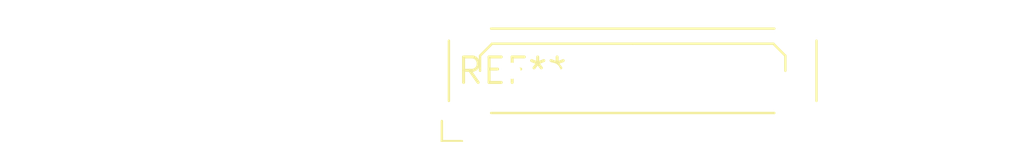
<source format=kicad_pcb>
(kicad_pcb (version 20240108) (generator pcbnew)
  (layers (0 "F.Cu" signal) (31 "B.Cu" signal) (34 "B.Paste" user) (35 "F.Paste" user) (36 "B.SilkS" user "B.Silkscreen") (37 "F.SilkS" user "F.Silkscreen") (38 "B.Mask" user) (39 "F.Mask" user) (44 "Edge.Cuts" user))
  (net 0 "")
  (footprint "Harwin_LTek-Male_07_P2.00mm_Vertical_StrainRelief" (layer "F.Cu") (at 0 0)
    (property "Reference" "REF**")
    (property "Value" "Harwin_LTek-Male_07_P2.00mm_Vertical_StrainRelief")
    (fp_line (start -3.5 2.5) (end -3.5 3.5) (layer "F.SilkS") (stroke (width 0.12)))
    (fp_line (start -3.5 3.5) (end -2.5 3.5) (layer "F.SilkS") (stroke (width 0.12)))
    (fp_line (start -3.15 -1.5) (end -3.15 1.5) (layer "F.SilkS") (stroke (width 0.12)))
    (fp_line (start -1.6 -0.75) (end -1 -1.35) (layer "F.SilkS") (stroke (width 0.12)))
    (fp_line (start -1.6 0) (end -1.6 -0.75) (layer "F.SilkS") (stroke (width 0.12)))
    (fp_line (start -1.05 -2.1) (end 13.05 -2.1) (layer "F.SilkS") (stroke (width 0.12)))
    (fp_line (start -1.05 2.1) (end 13.05 2.1) (layer "F.SilkS") (stroke (width 0.12)))
    (fp_line (start -1 -1.35) (end 6 -1.35) (layer "F.SilkS") (stroke (width 0.12)))
    (fp_line (start 13 -1.35) (end 6 -1.35) (layer "F.SilkS") (stroke (width 0.12)))
    (fp_line (start 13.6 -0.75) (end 13 -1.35) (layer "F.SilkS") (stroke (width 0.12)))
    (fp_line (start 13.6 0) (end 13.6 -0.75) (layer "F.SilkS") (stroke (width 0.12)))
    (fp_line (start 15.15 -1.5) (end 15.15 1.5) (layer "F.SilkS") (stroke (width 0.12)))
    (pad "" thru_hole circle (at -2.25 -2.375) (size 1.25 1.25) (drill 0.95) (layers *.Cu *.Mask) (remove_unused_layers))
    (pad "" thru_hole circle (at -2.25 2.375) (size 1.25 1.25) (drill 0.95) (layers *.Cu *.Mask) (remove_unused_layers))
    (pad "" thru_hole circle (at 14.25 -2.375) (size 1.25 1.25) (drill 0.95) (layers *.Cu *.Mask) (remove_unused_layers))
    (pad "" thru_hole circle (at 14.25 2.375) (size 1.25 1.25) (drill 0.95) (layers *.Cu *.Mask) (remove_unused_layers))
    (pad "1" thru_hole rect (at 0 0) (size 1.35 1.35) (drill 0.8) (layers *.Cu *.Mask) (remove_unused_layers))
    (pad "2" thru_hole circle (at 2 0) (size 1.35 1.35) (drill 0.8) (layers *.Cu *.Mask) (remove_unused_layers))
    (pad "3" thru_hole circle (at 4 0) (size 1.35 1.35) (drill 0.8) (layers *.Cu *.Mask) (remove_unused_layers))
    (pad "4" thru_hole circle (at 6 0) (size 1.35 1.35) (drill 0.8) (layers *.Cu *.Mask) (remove_unused_layers))
    (pad "5" thru_hole circle (at 8 0) (size 1.35 1.35) (drill 0.8) (layers *.Cu *.Mask) (remove_unused_layers))
    (pad "6" thru_hole circle (at 10 0) (size 1.35 1.35) (drill 0.8) (layers *.Cu *.Mask) (remove_unused_layers))
    (pad "7" thru_hole circle (at 12 0) (size 1.35 1.35) (drill 0.8) (layers *.Cu *.Mask) (remove_unused_layers))
  )
)
</source>
